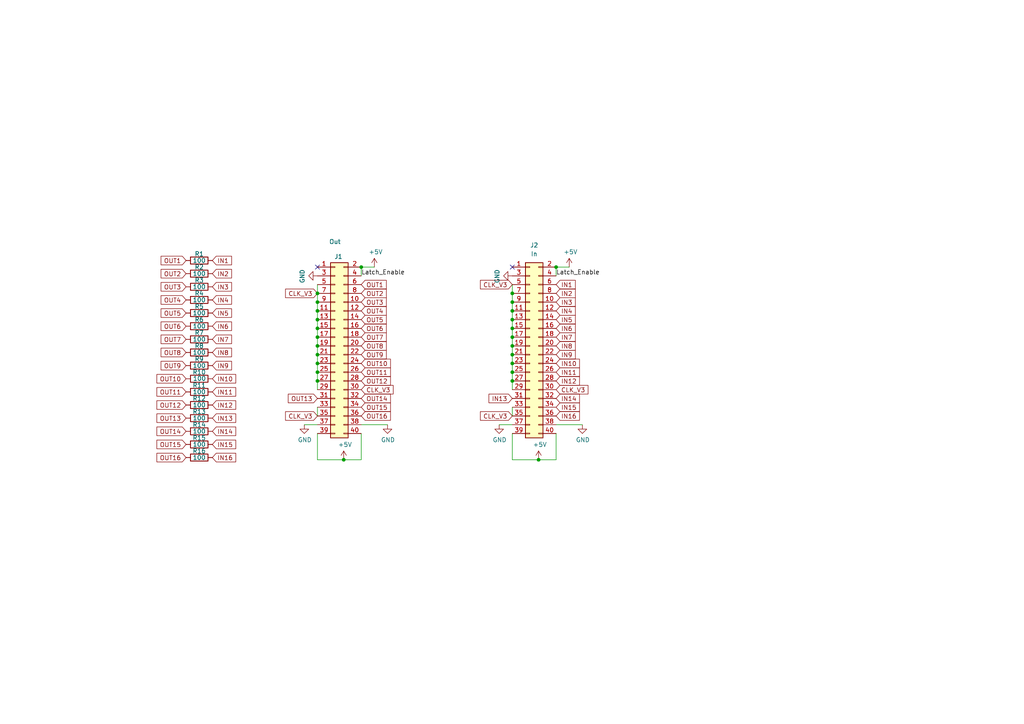
<source format=kicad_sch>
(kicad_sch (version 20230121) (generator eeschema)
  (paper "A4")
  (lib_symbols
    (symbol "Connector_Generic:Conn_02x20_Odd_Even" (pin_names (offset 1.016) hide)
      (property "Reference" "J" (at 1.27 25.4 0))
      (property "Value" "Conn_02x20_Odd_Even" (at 1.27 -27.94 0))
      (symbol "Conn_02x20_Odd_Even_1_1"
        (rectangle (start -1.27 -25.273) (end 0 -25.527) (stroke (width 0.1524)))
        (rectangle (start -1.27 -22.733) (end 0 -22.987) (stroke (width 0.1524)))
        (rectangle (start -1.27 -20.193) (end 0 -20.447) (stroke (width 0.1524)))
        (rectangle (start -1.27 -17.653) (end 0 -17.907) (stroke (width 0.1524)))
        (rectangle (start -1.27 -15.113) (end 0 -15.367) (stroke (width 0.1524)))
        (rectangle (start -1.27 -12.573) (end 0 -12.827) (stroke (width 0.1524)))
        (rectangle (start -1.27 -10.033) (end 0 -10.287) (stroke (width 0.1524)))
        (rectangle (start -1.27 -7.493) (end 0 -7.747) (stroke (width 0.1524)))
        (rectangle (start -1.27 -4.953) (end 0 -5.207) (stroke (width 0.1524)))
        (rectangle (start -1.27 -2.413) (end 0 -2.667) (stroke (width 0.1524)))
        (rectangle (start -1.27 0.127) (end 0 -0.127) (stroke (width 0.1524)))
        (rectangle (start -1.27 2.667) (end 0 2.413) (stroke (width 0.1524)))
        (rectangle (start -1.27 5.207) (end 0 4.953) (stroke (width 0.1524)))
        (rectangle (start -1.27 7.747) (end 0 7.493) (stroke (width 0.1524)))
        (rectangle (start -1.27 10.287) (end 0 10.033) (stroke (width 0.1524)))
        (rectangle (start -1.27 12.827) (end 0 12.573) (stroke (width 0.1524)))
        (rectangle (start -1.27 15.367) (end 0 15.113) (stroke (width 0.1524)))
        (rectangle (start -1.27 17.907) (end 0 17.653) (stroke (width 0.1524)))
        (rectangle (start -1.27 20.447) (end 0 20.193) (stroke (width 0.1524)))
        (rectangle (start -1.27 22.987) (end 0 22.733) (stroke (width 0.1524)))
        (rectangle (start -1.27 24.13) (end 3.81 -26.67) (stroke (width 0.254)) (fill (type background)))
        (rectangle (start 3.81 -25.273) (end 2.54 -25.527) (stroke (width 0.1524)))
        (rectangle (start 3.81 -22.733) (end 2.54 -22.987) (stroke (width 0.1524)))
        (rectangle (start 3.81 -20.193) (end 2.54 -20.447) (stroke (width 0.1524)))
        (rectangle (start 3.81 -17.653) (end 2.54 -17.907) (stroke (width 0.1524)))
        (rectangle (start 3.81 -15.113) (end 2.54 -15.367) (stroke (width 0.1524)))
        (rectangle (start 3.81 -12.573) (end 2.54 -12.827) (stroke (width 0.1524)))
        (rectangle (start 3.81 -10.033) (end 2.54 -10.287) (stroke (width 0.1524)))
        (rectangle (start 3.81 -7.493) (end 2.54 -7.747) (stroke (width 0.1524)))
        (rectangle (start 3.81 -4.953) (end 2.54 -5.207) (stroke (width 0.1524)))
        (rectangle (start 3.81 -2.413) (end 2.54 -2.667) (stroke (width 0.1524)))
        (rectangle (start 3.81 0.127) (end 2.54 -0.127) (stroke (width 0.1524)))
        (rectangle (start 3.81 2.667) (end 2.54 2.413) (stroke (width 0.1524)))
        (rectangle (start 3.81 5.207) (end 2.54 4.953) (stroke (width 0.1524)))
        (rectangle (start 3.81 7.747) (end 2.54 7.493) (stroke (width 0.1524)))
        (rectangle (start 3.81 10.287) (end 2.54 10.033) (stroke (width 0.1524)))
        (rectangle (start 3.81 12.827) (end 2.54 12.573) (stroke (width 0.1524)))
        (rectangle (start 3.81 15.367) (end 2.54 15.113) (stroke (width 0.1524)))
        (rectangle (start 3.81 17.907) (end 2.54 17.653) (stroke (width 0.1524)))
        (rectangle (start 3.81 20.447) (end 2.54 20.193) (stroke (width 0.1524)))
        (rectangle (start 3.81 22.987) (end 2.54 22.733) (stroke (width 0.1524)))
        (pin passive line (at -5.08 22.86 0) (length 3.81) (name "Pin_1") (number "1"))
        (pin passive line (at 7.62 12.7 180) (length 3.81) (name "Pin_10") (number "10"))
        (pin passive line (at -5.08 10.16 0) (length 3.81) (name "Pin_11") (number "11"))
        (pin passive line (at 7.62 10.16 180) (length 3.81) (name "Pin_12") (number "12"))
        (pin passive line (at -5.08 7.62 0) (length 3.81) (name "Pin_13") (number "13"))
        (pin passive line (at 7.62 7.62 180) (length 3.81) (name "Pin_14") (number "14"))
        (pin passive line (at -5.08 5.08 0) (length 3.81) (name "Pin_15") (number "15"))
        (pin passive line (at 7.62 5.08 180) (length 3.81) (name "Pin_16") (number "16"))
        (pin passive line (at -5.08 2.54 0) (length 3.81) (name "Pin_17") (number "17"))
        (pin passive line (at 7.62 2.54 180) (length 3.81) (name "Pin_18") (number "18"))
        (pin passive line (at -5.08 0 0) (length 3.81) (name "Pin_19") (number "19"))
        (pin passive line (at 7.62 22.86 180) (length 3.81) (name "Pin_2") (number "2"))
        (pin passive line (at 7.62 0 180) (length 3.81) (name "Pin_20") (number "20"))
        (pin passive line (at -5.08 -2.54 0) (length 3.81) (name "Pin_21") (number "21"))
        (pin passive line (at 7.62 -2.54 180) (length 3.81) (name "Pin_22") (number "22"))
        (pin passive line (at -5.08 -5.08 0) (length 3.81) (name "Pin_23") (number "23"))
        (pin passive line (at 7.62 -5.08 180) (length 3.81) (name "Pin_24") (number "24"))
        (pin passive line (at -5.08 -7.62 0) (length 3.81) (name "Pin_25") (number "25"))
        (pin passive line (at 7.62 -7.62 180) (length 3.81) (name "Pin_26") (number "26"))
        (pin passive line (at -5.08 -10.16 0) (length 3.81) (name "Pin_27") (number "27"))
        (pin passive line (at 7.62 -10.16 180) (length 3.81) (name "Pin_28") (number "28"))
        (pin passive line (at -5.08 -12.7 0) (length 3.81) (name "Pin_29") (number "29"))
        (pin passive line (at -5.08 20.32 0) (length 3.81) (name "Pin_3") (number "3"))
        (pin passive line (at 7.62 -12.7 180) (length 3.81) (name "Pin_30") (number "30"))
        (pin passive line (at -5.08 -15.24 0) (length 3.81) (name "Pin_31") (number "31"))
        (pin passive line (at 7.62 -15.24 180) (length 3.81) (name "Pin_32") (number "32"))
        (pin passive line (at -5.08 -17.78 0) (length 3.81) (name "Pin_33") (number "33"))
        (pin passive line (at 7.62 -17.78 180) (length 3.81) (name "Pin_34") (number "34"))
        (pin passive line (at -5.08 -20.32 0) (length 3.81) (name "Pin_35") (number "35"))
        (pin passive line (at 7.62 -20.32 180) (length 3.81) (name "Pin_36") (number "36"))
        (pin passive line (at -5.08 -22.86 0) (length 3.81) (name "Pin_37") (number "37"))
        (pin passive line (at 7.62 -22.86 180) (length 3.81) (name "Pin_38") (number "38"))
        (pin passive line (at -5.08 -25.4 0) (length 3.81) (name "Pin_39") (number "39"))
        (pin passive line (at 7.62 20.32 180) (length 3.81) (name "Pin_4") (number "4"))
        (pin passive line (at 7.62 -25.4 180) (length 3.81) (name "Pin_40") (number "40"))
        (pin passive line (at -5.08 17.78 0) (length 3.81) (name "Pin_5") (number "5"))
        (pin passive line (at 7.62 17.78 180) (length 3.81) (name "Pin_6") (number "6"))
        (pin passive line (at -5.08 15.24 0) (length 3.81) (name "Pin_7") (number "7"))
        (pin passive line (at 7.62 15.24 180) (length 3.81) (name "Pin_8") (number "8"))
        (pin passive line (at -5.08 12.7 0) (length 3.81) (name "Pin_9") (number "9"))
      )
    )
    (symbol "Device:R" (pin_numbers hide) (pin_names (offset 0))
      (property "Reference" "R" (at 2.032 0 90))
      (property "Value" "R" (at 0 0 90))
      (symbol "R_0_1"
        (rectangle (start -1.016 -2.54) (end 1.016 2.54) (stroke (width 0.254)))
      )
      (symbol "R_1_1"
        (pin passive line (at 0 3.81 270) (length 1.27) (name "~") (number "1"))
        (pin passive line (at 0 -3.81 90) (length 1.27) (name "~") (number "2"))
      )
    )
    (symbol "power:+5V" (power) (pin_names (offset 0))
      (property "Value" "+5V" (at 0 3.556 0))
      (symbol "+5V_0_1"
        (polyline (pts (xy -0.762 1.27) (xy 0 2.54)))
        (polyline (pts (xy 0 0) (xy 0 2.54)))
        (polyline (pts (xy 0 2.54) (xy 0.762 1.27)))
      )
      (symbol "+5V_1_1"
        (pin power_in line (at 0 0 90) (length 0) hide (name "+5V") (number "1"))
      )
    )
    (symbol "power:GND" (power) (pin_names (offset 0))
      (property "Value" "GND" (at 0 -3.81 0))
      (symbol "GND_0_1"
        (polyline (pts (xy 0 0) (xy 0 -1.27) (xy 1.27 -1.27) (xy 0 -2.54) (xy -1.27 -1.27) (xy 0 -1.27)))
      )
      (symbol "GND_1_1"
        (pin power_in line (at 0 0 270) (length 0) hide (name "GND") (number "1"))
      )
    )
  )
  (junction (at 92.075 95.25))
  (junction (at 148.59 100.33))
  (junction (at 148.59 105.41))
  (junction (at 148.59 95.25))
  (junction (at 99.695 133.35))
  (junction (at 92.075 85.09))
  (junction (at 148.59 90.17))
  (junction (at 104.775 77.47))
  (junction (at 161.29 77.47))
  (junction (at 92.075 100.33))
  (junction (at 92.075 87.63))
  (junction (at 92.075 92.71))
  (junction (at 92.075 90.17))
  (junction (at 148.59 92.71))
  (junction (at 92.075 107.95))
  (junction (at 92.075 102.87))
  (junction (at 92.075 110.49))
  (junction (at 92.075 97.79))
  (junction (at 148.59 102.87))
  (junction (at 148.59 97.79))
  (junction (at 148.59 87.63))
  (junction (at 148.59 107.95))
  (junction (at 148.59 85.09))
  (junction (at 148.59 110.49))
  (junction (at 156.21 133.35))
  (junction (at 92.075 105.41))
  (no_connect (at 92.075 77.47))
  (no_connect (at 148.59 77.47))
  (wire (pts (xy 92.075 92.71) (xy 92.075 95.25)))
  (wire (pts (xy 92.075 133.35) (xy 99.695 133.35)))
  (wire (pts (xy 92.075 97.79) (xy 92.075 100.33)))
  (wire (pts (xy 148.59 85.09) (xy 148.59 87.63)))
  (wire (pts (xy 104.775 123.19) (xy 112.395 123.19)))
  (wire (pts (xy 148.59 82.55) (xy 148.59 85.09)))
  (wire (pts (xy 148.59 92.71) (xy 148.59 95.25)))
  (wire (pts (xy 92.075 100.33) (xy 92.075 102.87)))
  (wire (pts (xy 148.59 105.41) (xy 148.59 107.95)))
  (wire (pts (xy 92.075 125.73) (xy 92.075 133.35)))
  (wire (pts (xy 104.775 133.35) (xy 104.775 125.73)))
  (wire (pts (xy 148.59 125.73) (xy 148.59 133.35)))
  (wire (pts (xy 92.075 82.55) (xy 92.075 85.09)))
  (wire (pts (xy 148.59 87.63) (xy 148.59 90.17)))
  (wire (pts (xy 92.075 87.63) (xy 92.075 90.17)))
  (wire (pts (xy 148.59 97.79) (xy 148.59 100.33)))
  (wire (pts (xy 92.075 118.11) (xy 92.075 120.65)))
  (wire (pts (xy 104.775 80.01) (xy 104.775 77.47)))
  (wire (pts (xy 92.075 95.25) (xy 92.075 97.79)))
  (wire (pts (xy 104.775 77.47) (xy 108.585 77.47)))
  (wire (pts (xy 148.59 118.11) (xy 148.59 120.65)))
  (wire (pts (xy 144.78 123.19) (xy 148.59 123.19)))
  (wire (pts (xy 88.265 123.19) (xy 92.075 123.19)))
  (wire (pts (xy 92.075 85.09) (xy 92.075 87.63)))
  (wire (pts (xy 92.075 102.87) (xy 92.075 105.41)))
  (wire (pts (xy 148.59 107.95) (xy 148.59 110.49)))
  (wire (pts (xy 148.59 95.25) (xy 148.59 97.79)))
  (wire (pts (xy 92.075 90.17) (xy 92.075 92.71)))
  (wire (pts (xy 148.59 100.33) (xy 148.59 102.87)))
  (wire (pts (xy 92.075 110.49) (xy 92.075 113.03)))
  (wire (pts (xy 161.29 133.35) (xy 161.29 125.73)))
  (wire (pts (xy 161.29 77.47) (xy 161.29 80.01)))
  (wire (pts (xy 161.29 123.19) (xy 168.91 123.19)))
  (wire (pts (xy 148.59 110.49) (xy 148.59 113.03)))
  (wire (pts (xy 148.59 90.17) (xy 148.59 92.71)))
  (wire (pts (xy 92.075 105.41) (xy 92.075 107.95)))
  (wire (pts (xy 92.075 107.95) (xy 92.075 110.49)))
  (wire (pts (xy 148.59 102.87) (xy 148.59 105.41)))
  (wire (pts (xy 99.695 133.35) (xy 104.775 133.35)))
  (wire (pts (xy 148.59 133.35) (xy 156.21 133.35)))
  (wire (pts (xy 156.21 133.35) (xy 161.29 133.35)))
  (wire (pts (xy 161.29 77.47) (xy 165.1 77.47)))
  (label "Latch_Enable" (at 104.775 80.01 0))
  (label "Latch_Enable" (at 161.29 80.01 0))
  (global_label "OUT1" (shape input) (at 104.775 82.55 0) (property "Intersheetrefs" "${INTERSHEET_REFS}" (effects hide)))
  (global_label "IN9" (shape input) (at 61.595 106.045 0) (property "Intersheetrefs" "${INTERSHEET_REFS}" (effects hide)))
  (global_label "OUT13" (shape input) (at 92.075 115.57 180) (property "Intersheetrefs" "${INTERSHEET_REFS}" (effects hide)))
  (global_label "IN14" (shape input) (at 161.29 115.57 0) (property "Intersheetrefs" "${INTERSHEET_REFS}" (effects hide)))
  (global_label "IN11" (shape input) (at 161.29 107.95 0) (property "Intersheetrefs" "${INTERSHEET_REFS}" (effects hide)))
  (global_label "IN1" (shape input) (at 61.595 75.565 0) (property "Intersheetrefs" "${INTERSHEET_REFS}" (effects hide)))
  (global_label "OUT7" (shape input) (at 53.975 98.425 180) (property "Intersheetrefs" "${INTERSHEET_REFS}" (effects hide)))
  (global_label "CLK_V3" (shape input) (at 92.075 120.65 180) (property "Intersheetrefs" "${INTERSHEET_REFS}" (effects hide)))
  (global_label "OUT13" (shape input) (at 53.975 121.285 180) (property "Intersheetrefs" "${INTERSHEET_REFS}" (effects hide)))
  (global_label "IN4" (shape input) (at 161.29 90.17 0) (property "Intersheetrefs" "${INTERSHEET_REFS}" (effects hide)))
  (global_label "OUT11" (shape input) (at 104.775 107.95 0) (property "Intersheetrefs" "${INTERSHEET_REFS}" (effects hide)))
  (global_label "IN4" (shape input) (at 61.595 86.995 0) (property "Intersheetrefs" "${INTERSHEET_REFS}" (effects hide)))
  (global_label "OUT1" (shape input) (at 53.975 75.565 180) (property "Intersheetrefs" "${INTERSHEET_REFS}" (effects hide)))
  (global_label "IN1" (shape input) (at 161.29 82.55 0) (property "Intersheetrefs" "${INTERSHEET_REFS}" (effects hide)))
  (global_label "IN2" (shape input) (at 61.595 79.375 0) (property "Intersheetrefs" "${INTERSHEET_REFS}" (effects hide)))
  (global_label "IN8" (shape input) (at 61.595 102.235 0) (property "Intersheetrefs" "${INTERSHEET_REFS}" (effects hide)))
  (global_label "OUT15" (shape input) (at 53.975 128.905 180) (property "Intersheetrefs" "${INTERSHEET_REFS}" (effects hide)))
  (global_label "CLK_V3" (shape input) (at 104.775 113.03 0) (property "Intersheetrefs" "${INTERSHEET_REFS}" (effects hide)))
  (global_label "CLK_V3" (shape input) (at 148.59 82.55 180) (property "Intersheetrefs" "${INTERSHEET_REFS}" (effects hide)))
  (global_label "CLK_V3" (shape input) (at 92.075 85.09 180) (property "Intersheetrefs" "${INTERSHEET_REFS}" (effects hide)))
  (global_label "OUT9" (shape input) (at 53.975 106.045 180) (property "Intersheetrefs" "${INTERSHEET_REFS}" (effects hide)))
  (global_label "IN13" (shape input) (at 61.595 121.285 0) (property "Intersheetrefs" "${INTERSHEET_REFS}" (effects hide)))
  (global_label "OUT4" (shape input) (at 53.975 86.995 180) (property "Intersheetrefs" "${INTERSHEET_REFS}" (effects hide)))
  (global_label "IN5" (shape input) (at 161.29 92.71 0) (property "Intersheetrefs" "${INTERSHEET_REFS}" (effects hide)))
  (global_label "OUT16" (shape input) (at 53.975 132.715 180) (property "Intersheetrefs" "${INTERSHEET_REFS}" (effects hide)))
  (global_label "OUT6" (shape input) (at 104.775 95.25 0) (property "Intersheetrefs" "${INTERSHEET_REFS}" (effects hide)))
  (global_label "IN12" (shape input) (at 161.29 110.49 0) (property "Intersheetrefs" "${INTERSHEET_REFS}" (effects hide)))
  (global_label "OUT16" (shape input) (at 104.775 120.65 0) (property "Intersheetrefs" "${INTERSHEET_REFS}" (effects hide)))
  (global_label "OUT15" (shape input) (at 104.775 118.11 0) (property "Intersheetrefs" "${INTERSHEET_REFS}" (effects hide)))
  (global_label "OUT8" (shape input) (at 53.975 102.235 180) (property "Intersheetrefs" "${INTERSHEET_REFS}" (effects hide)))
  (global_label "CLK_V3" (shape input) (at 161.29 113.03 0) (property "Intersheetrefs" "${INTERSHEET_REFS}" (effects hide)))
  (global_label "OUT7" (shape input) (at 104.775 97.79 0) (property "Intersheetrefs" "${INTERSHEET_REFS}" (effects hide)))
  (global_label "OUT3" (shape input) (at 53.975 83.185 180) (property "Intersheetrefs" "${INTERSHEET_REFS}" (effects hide)))
  (global_label "OUT12" (shape input) (at 53.975 117.475 180) (property "Intersheetrefs" "${INTERSHEET_REFS}" (effects hide)))
  (global_label "IN11" (shape input) (at 61.595 113.665 0) (property "Intersheetrefs" "${INTERSHEET_REFS}" (effects hide)))
  (global_label "IN14" (shape input) (at 61.595 125.095 0) (property "Intersheetrefs" "${INTERSHEET_REFS}" (effects hide)))
  (global_label "OUT14" (shape input) (at 104.775 115.57 0) (property "Intersheetrefs" "${INTERSHEET_REFS}" (effects hide)))
  (global_label "OUT10" (shape input) (at 53.975 109.855 180) (property "Intersheetrefs" "${INTERSHEET_REFS}" (effects hide)))
  (global_label "OUT9" (shape input) (at 104.775 102.87 0) (property "Intersheetrefs" "${INTERSHEET_REFS}" (effects hide)))
  (global_label "IN12" (shape input) (at 61.595 117.475 0) (property "Intersheetrefs" "${INTERSHEET_REFS}" (effects hide)))
  (global_label "OUT6" (shape input) (at 53.975 94.615 180) (property "Intersheetrefs" "${INTERSHEET_REFS}" (effects hide)))
  (global_label "IN3" (shape input) (at 161.29 87.63 0) (property "Intersheetrefs" "${INTERSHEET_REFS}" (effects hide)))
  (global_label "IN7" (shape input) (at 61.595 98.425 0) (property "Intersheetrefs" "${INTERSHEET_REFS}" (effects hide)))
  (global_label "IN8" (shape input) (at 161.29 100.33 0) (property "Intersheetrefs" "${INTERSHEET_REFS}" (effects hide)))
  (global_label "CLK_V3" (shape input) (at 148.59 120.65 180) (property "Intersheetrefs" "${INTERSHEET_REFS}" (effects hide)))
  (global_label "IN9" (shape input) (at 161.29 102.87 0) (property "Intersheetrefs" "${INTERSHEET_REFS}" (effects hide)))
  (global_label "OUT3" (shape input) (at 104.775 87.63 0) (property "Intersheetrefs" "${INTERSHEET_REFS}" (effects hide)))
  (global_label "OUT2" (shape input) (at 104.775 85.09 0) (property "Intersheetrefs" "${INTERSHEET_REFS}" (effects hide)))
  (global_label "OUT2" (shape input) (at 53.975 79.375 180) (property "Intersheetrefs" "${INTERSHEET_REFS}" (effects hide)))
  (global_label "OUT4" (shape input) (at 104.775 90.17 0) (property "Intersheetrefs" "${INTERSHEET_REFS}" (effects hide)))
  (global_label "OUT5" (shape input) (at 104.775 92.71 0) (property "Intersheetrefs" "${INTERSHEET_REFS}" (effects hide)))
  (global_label "OUT5" (shape input) (at 53.975 90.805 180) (property "Intersheetrefs" "${INTERSHEET_REFS}" (effects hide)))
  (global_label "IN7" (shape input) (at 161.29 97.79 0) (property "Intersheetrefs" "${INTERSHEET_REFS}" (effects hide)))
  (global_label "IN16" (shape input) (at 161.29 120.65 0) (property "Intersheetrefs" "${INTERSHEET_REFS}" (effects hide)))
  (global_label "IN15" (shape input) (at 161.29 118.11 0) (property "Intersheetrefs" "${INTERSHEET_REFS}" (effects hide)))
  (global_label "OUT11" (shape input) (at 53.975 113.665 180) (property "Intersheetrefs" "${INTERSHEET_REFS}" (effects hide)))
  (global_label "IN15" (shape input) (at 61.595 128.905 0) (property "Intersheetrefs" "${INTERSHEET_REFS}" (effects hide)))
  (global_label "OUT8" (shape input) (at 104.775 100.33 0) (property "Intersheetrefs" "${INTERSHEET_REFS}" (effects hide)))
  (global_label "IN6" (shape input) (at 161.29 95.25 0) (property "Intersheetrefs" "${INTERSHEET_REFS}" (effects hide)))
  (global_label "IN16" (shape input) (at 61.595 132.715 0) (property "Intersheetrefs" "${INTERSHEET_REFS}" (effects hide)))
  (global_label "IN6" (shape input) (at 61.595 94.615 0) (property "Intersheetrefs" "${INTERSHEET_REFS}" (effects hide)))
  (global_label "IN2" (shape input) (at 161.29 85.09 0) (property "Intersheetrefs" "${INTERSHEET_REFS}" (effects hide)))
  (global_label "IN10" (shape input) (at 61.595 109.855 0) (property "Intersheetrefs" "${INTERSHEET_REFS}" (effects hide)))
  (global_label "IN5" (shape input) (at 61.595 90.805 0) (property "Intersheetrefs" "${INTERSHEET_REFS}" (effects hide)))
  (global_label "OUT12" (shape input) (at 104.775 110.49 0) (property "Intersheetrefs" "${INTERSHEET_REFS}" (effects hide)))
  (global_label "OUT10" (shape input) (at 104.775 105.41 0) (property "Intersheetrefs" "${INTERSHEET_REFS}" (effects hide)))
  (global_label "IN13" (shape input) (at 148.59 115.57 180) (property "Intersheetrefs" "${INTERSHEET_REFS}" (effects hide)))
  (global_label "OUT14" (shape input) (at 53.975 125.095 180) (property "Intersheetrefs" "${INTERSHEET_REFS}" (effects hide)))
  (global_label "IN10" (shape input) (at 161.29 105.41 0) (property "Intersheetrefs" "${INTERSHEET_REFS}" (effects hide)))
  (global_label "IN3" (shape input) (at 61.595 83.185 0) (property "Intersheetrefs" "${INTERSHEET_REFS}" (effects hide)))
  (symbol (lib_id "Device:R") (at 57.785 106.045 90) (unit 1)
    (property "Reference" "R9" (at 57.785 104.14 90))
    (property "Value" "100" (at 57.785 106.045 90))
    (property "Footprint" "Resistor_SMD:R_0805_2012Metric_Pad1.20x1.40mm_HandSolder" (effects hide))
  )
  (symbol (lib_id "Device:R") (at 57.785 128.905 90) (unit 1)
    (property "Reference" "R15" (at 57.785 127 90))
    (property "Value" "100" (at 57.785 128.905 90))
    (property "Footprint" "Resistor_SMD:R_0805_2012Metric_Pad1.20x1.40mm_HandSolder" (effects hide))
  )
  (symbol (lib_id "Device:R") (at 57.785 121.285 270) (unit 1)
    (property "Reference" "R13" (at 57.785 119.38 90))
    (property "Value" "100" (at 57.785 121.285 90))
    (property "Footprint" "Resistor_SMD:R_0805_2012Metric_Pad1.20x1.40mm_HandSolder" (effects hide))
  )
  (symbol (lib_id "power:+5V") (at 165.1 77.47 0) (unit 1)
    (property "Reference" "#PWR01" (effects hide))
    (property "Value" "+5V" (at 165.481 73.0758 0))
  )
  (symbol (lib_id "Connector_Generic:Conn_02x20_Odd_Even") (at 97.155 100.33 0) (unit 1)
    (property "Reference" "J1" (at 98.171 74.422 0))
    (property "Value" "Out" (at 97.155 70.104 0))
    (property "Footprint" "Connector_PinSocket_2.54mm:PinSocket_2x20_P2.54mm_Vertical" (effects hide))
    (property "Digi-Key_PN" "S9175-ND" (effects hide))
    (property "MPN" "SBH11-PBPC-D20-ST-BK" (effects hide))
  )
  (symbol (lib_id "power:GND") (at 144.78 123.19 0) (unit 1)
    (property "Reference" "#PWR013" (effects hide))
    (property "Value" "GND" (at 144.907 127.5842 0))
  )
  (symbol (lib_id "power:GND") (at 88.265 123.19 0) (unit 1)
    (property "Reference" "#PWR02" (effects hide))
    (property "Value" "GND" (at 88.392 127.5842 0))
  )
  (symbol (lib_id "power:GND") (at 148.59 80.01 270) (unit 1)
    (property "Reference" "#PWR014" (effects hide))
    (property "Value" "GND" (at 144.1958 80.137 0))
  )
  (symbol (lib_id "Device:R") (at 57.785 125.095 90) (unit 1)
    (property "Reference" "R14" (at 57.785 123.19 90))
    (property "Value" "100" (at 57.785 125.095 90))
    (property "Footprint" "Resistor_SMD:R_0805_2012Metric_Pad1.20x1.40mm_HandSolder" (effects hide))
  )
  (symbol (lib_id "Device:R") (at 57.785 132.715 90) (unit 1)
    (property "Reference" "R16" (at 57.785 130.81 90))
    (property "Value" "100" (at 57.785 132.715 90))
    (property "Footprint" "Resistor_SMD:R_0805_2012Metric_Pad1.20x1.40mm_HandSolder" (effects hide))
  )
  (symbol (lib_id "Device:R") (at 57.785 83.185 90) (unit 1)
    (property "Reference" "R3" (at 57.785 81.28 90))
    (property "Value" "100" (at 57.785 83.185 90))
    (property "Footprint" "Resistor_SMD:R_0805_2012Metric_Pad1.20x1.40mm_HandSolder" (effects hide))
  )
  (symbol (lib_id "Device:R") (at 57.785 117.475 90) (unit 1)
    (property "Reference" "R12" (at 57.785 115.57 90))
    (property "Value" "100" (at 57.785 117.475 90))
    (property "Footprint" "Resistor_SMD:R_0805_2012Metric_Pad1.20x1.40mm_HandSolder" (effects hide))
  )
  (symbol (lib_id "Device:R") (at 57.785 98.425 90) (unit 1)
    (property "Reference" "R7" (at 57.785 96.52 90))
    (property "Value" "100" (at 57.785 98.425 90))
    (property "Footprint" "Resistor_SMD:R_0805_2012Metric_Pad1.20x1.40mm_HandSolder" (effects hide))
  )
  (symbol (lib_id "power:GND") (at 112.395 123.19 0) (unit 1)
    (property "Reference" "#PWR06" (effects hide))
    (property "Value" "GND" (at 112.522 127.5842 0))
  )
  (symbol (lib_id "Device:R") (at 57.785 109.855 90) (unit 1)
    (property "Reference" "R10" (at 57.785 107.95 90))
    (property "Value" "100" (at 57.8481 109.7905 90))
    (property "Footprint" "Resistor_SMD:R_0805_2012Metric_Pad1.20x1.40mm_HandSolder" (effects hide))
  )
  (symbol (lib_id "power:+5V") (at 156.21 133.35 0) (unit 1)
    (property "Reference" "#PWR04" (effects hide))
    (property "Value" "+5V" (at 156.591 128.9558 0))
  )
  (symbol (lib_id "power:GND") (at 92.075 80.01 270) (unit 1)
    (property "Reference" "#PWR03" (effects hide))
    (property "Value" "GND" (at 87.6808 80.137 0))
  )
  (symbol (lib_id "Device:R") (at 57.785 113.665 90) (unit 1)
    (property "Reference" "R11" (at 57.785 111.76 90))
    (property "Value" "100" (at 57.785 113.665 90))
    (property "Footprint" "Resistor_SMD:R_0805_2012Metric_Pad1.20x1.40mm_HandSolder" (effects hide))
  )
  (symbol (lib_id "Connector_Generic:Conn_02x20_Odd_Even") (at 153.67 100.33 0) (unit 1)
    (property "Reference" "J2" (at 154.94 71.12 0))
    (property "Value" "In" (at 154.94 73.66 0))
    (property "Footprint" "Connector_IDC:IDC-Header_2x20_P2.54mm_Vertical" (effects hide))
    (property "Digi-Key_PN" "S9175-ND" (effects hide))
    (property "MPN" "SBH11-PBPC-D20-ST-BK" (effects hide))
  )
  (symbol (lib_id "power:GND") (at 168.91 123.19 0) (unit 1)
    (property "Reference" "#PWR015" (effects hide))
    (property "Value" "GND" (at 169.037 127.5842 0))
  )
  (symbol (lib_id "Device:R") (at 57.785 102.235 90) (unit 1)
    (property "Reference" "R8" (at 57.785 100.33 90))
    (property "Value" "100" (at 57.785 102.235 90))
    (property "Footprint" "Resistor_SMD:R_0805_2012Metric_Pad1.20x1.40mm_HandSolder" (effects hide))
  )
  (symbol (lib_id "Device:R") (at 57.785 79.375 90) (unit 1)
    (property "Reference" "R2" (at 57.785 77.47 90))
    (property "Value" "100" (at 57.785 79.375 90))
    (property "Footprint" "Resistor_SMD:R_0805_2012Metric_Pad1.20x1.40mm_HandSolder" (effects hide))
  )
  (symbol (lib_id "Device:R") (at 57.785 86.995 90) (unit 1)
    (property "Reference" "R4" (at 57.785 85.09 90))
    (property "Value" "100" (at 57.785 86.995 90))
    (property "Footprint" "Resistor_SMD:R_0805_2012Metric_Pad1.20x1.40mm_HandSolder" (effects hide))
  )
  (symbol (lib_id "Device:R") (at 57.785 94.615 90) (unit 1)
    (property "Reference" "R6" (at 57.785 92.71 90))
    (property "Value" "100" (at 57.785 94.615 90))
    (property "Footprint" "Resistor_SMD:R_0805_2012Metric_Pad1.20x1.40mm_HandSolder" (effects hide))
  )
  (symbol (lib_id "Device:R") (at 57.785 75.565 90) (unit 1)
    (property "Reference" "R1" (at 57.785 73.66 90))
    (property "Value" "100" (at 57.785 75.565 90))
    (property "Footprint" "Resistor_SMD:R_0805_2012Metric_Pad1.20x1.40mm_HandSolder" (effects hide))
  )
  (symbol (lib_id "power:+5V") (at 99.695 133.35 0) (unit 1)
    (property "Reference" "#PWR07" (effects hide))
    (property "Value" "+5V" (at 100.076 128.9558 0))
  )
  (symbol (lib_id "power:+5V") (at 108.585 77.47 0) (unit 1)
    (property "Reference" "#PWR05" (effects hide))
    (property "Value" "+5V" (at 108.966 73.0758 0))
  )
  (symbol (lib_id "Device:R") (at 57.785 90.805 90) (unit 1)
    (property "Reference" "R5" (at 57.785 88.9 90))
    (property "Value" "100" (at 57.785 90.805 90))
    (property "Footprint" "Resistor_SMD:R_0805_2012Metric_Pad1.20x1.40mm_HandSolder" (effects hide))
  )
)
</source>
